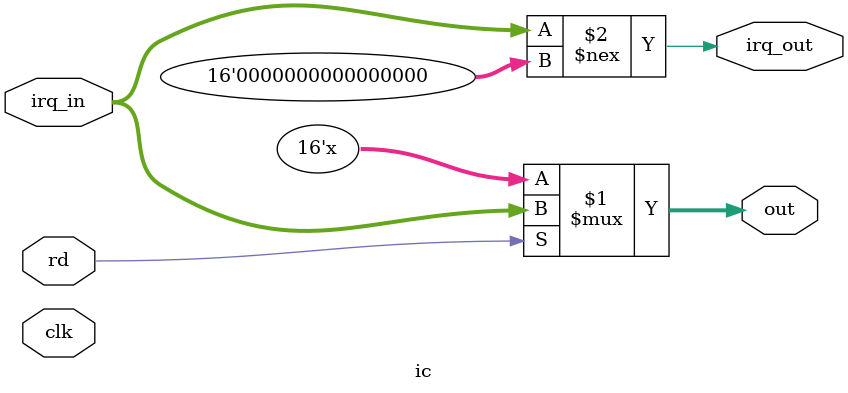
<source format=sv>
module ic #(
    parameter integer IRQ_LENGTH = 16
) (
    input clk,
    input [IRQ_LENGTH-1:0] irq_in,
    output tri [IRQ_LENGTH-1:0] out,
    input rd,
    output irq_out
);
  // for some reason verilator complains when it's 'hz
  assign out = rd ? irq_in : {IRQ_LENGTH{1'hz}};
  assign irq_out = irq_in !== 'b0;
endmodule

</source>
